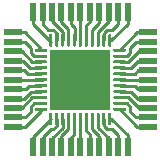
<source format=gbr>
G04 #@! TF.GenerationSoftware,KiCad,Pcbnew,(5.1.10)-1*
G04 #@! TF.CreationDate,2021-12-08T21:24:47+07:00*
G04 #@! TF.ProjectId,32u4mu to 32u4au,33327534-6d75-4207-946f-203332753461,rev?*
G04 #@! TF.SameCoordinates,Original*
G04 #@! TF.FileFunction,Copper,L1,Top*
G04 #@! TF.FilePolarity,Positive*
%FSLAX46Y46*%
G04 Gerber Fmt 4.6, Leading zero omitted, Abs format (unit mm)*
G04 Created by KiCad (PCBNEW (5.1.10)-1) date 2021-12-08 21:24:47*
%MOMM*%
%LPD*%
G01*
G04 APERTURE LIST*
G04 #@! TA.AperFunction,SMDPad,CuDef*
%ADD10R,5.200000X5.200000*%
G04 #@! TD*
G04 #@! TA.AperFunction,SMDPad,CuDef*
%ADD11R,0.550000X1.500000*%
G04 #@! TD*
G04 #@! TA.AperFunction,SMDPad,CuDef*
%ADD12R,1.500000X0.550000*%
G04 #@! TD*
G04 #@! TA.AperFunction,ViaPad*
%ADD13C,0.600000*%
G04 #@! TD*
G04 #@! TA.AperFunction,ViaPad*
%ADD14C,0.800000*%
G04 #@! TD*
G04 #@! TA.AperFunction,Conductor*
%ADD15C,0.250000*%
G04 #@! TD*
G04 APERTURE END LIST*
D10*
X94456250Y-57943750D03*
G04 #@! TA.AperFunction,SMDPad,CuDef*
G36*
G01*
X91831250Y-55081250D02*
X91831250Y-54131250D01*
G75*
G02*
X91893750Y-54068750I62500J0D01*
G01*
X92018750Y-54068750D01*
G75*
G02*
X92081250Y-54131250I0J-62500D01*
G01*
X92081250Y-55081250D01*
G75*
G02*
X92018750Y-55143750I-62500J0D01*
G01*
X91893750Y-55143750D01*
G75*
G02*
X91831250Y-55081250I0J62500D01*
G01*
G37*
G04 #@! TD.AperFunction*
G04 #@! TA.AperFunction,SMDPad,CuDef*
G36*
G01*
X92331250Y-55081250D02*
X92331250Y-54131250D01*
G75*
G02*
X92393750Y-54068750I62500J0D01*
G01*
X92518750Y-54068750D01*
G75*
G02*
X92581250Y-54131250I0J-62500D01*
G01*
X92581250Y-55081250D01*
G75*
G02*
X92518750Y-55143750I-62500J0D01*
G01*
X92393750Y-55143750D01*
G75*
G02*
X92331250Y-55081250I0J62500D01*
G01*
G37*
G04 #@! TD.AperFunction*
G04 #@! TA.AperFunction,SMDPad,CuDef*
G36*
G01*
X92831250Y-55081250D02*
X92831250Y-54131250D01*
G75*
G02*
X92893750Y-54068750I62500J0D01*
G01*
X93018750Y-54068750D01*
G75*
G02*
X93081250Y-54131250I0J-62500D01*
G01*
X93081250Y-55081250D01*
G75*
G02*
X93018750Y-55143750I-62500J0D01*
G01*
X92893750Y-55143750D01*
G75*
G02*
X92831250Y-55081250I0J62500D01*
G01*
G37*
G04 #@! TD.AperFunction*
G04 #@! TA.AperFunction,SMDPad,CuDef*
G36*
G01*
X93331250Y-55081250D02*
X93331250Y-54131250D01*
G75*
G02*
X93393750Y-54068750I62500J0D01*
G01*
X93518750Y-54068750D01*
G75*
G02*
X93581250Y-54131250I0J-62500D01*
G01*
X93581250Y-55081250D01*
G75*
G02*
X93518750Y-55143750I-62500J0D01*
G01*
X93393750Y-55143750D01*
G75*
G02*
X93331250Y-55081250I0J62500D01*
G01*
G37*
G04 #@! TD.AperFunction*
G04 #@! TA.AperFunction,SMDPad,CuDef*
G36*
G01*
X93831250Y-55081250D02*
X93831250Y-54131250D01*
G75*
G02*
X93893750Y-54068750I62500J0D01*
G01*
X94018750Y-54068750D01*
G75*
G02*
X94081250Y-54131250I0J-62500D01*
G01*
X94081250Y-55081250D01*
G75*
G02*
X94018750Y-55143750I-62500J0D01*
G01*
X93893750Y-55143750D01*
G75*
G02*
X93831250Y-55081250I0J62500D01*
G01*
G37*
G04 #@! TD.AperFunction*
G04 #@! TA.AperFunction,SMDPad,CuDef*
G36*
G01*
X94331250Y-55081250D02*
X94331250Y-54131250D01*
G75*
G02*
X94393750Y-54068750I62500J0D01*
G01*
X94518750Y-54068750D01*
G75*
G02*
X94581250Y-54131250I0J-62500D01*
G01*
X94581250Y-55081250D01*
G75*
G02*
X94518750Y-55143750I-62500J0D01*
G01*
X94393750Y-55143750D01*
G75*
G02*
X94331250Y-55081250I0J62500D01*
G01*
G37*
G04 #@! TD.AperFunction*
G04 #@! TA.AperFunction,SMDPad,CuDef*
G36*
G01*
X94831250Y-55081250D02*
X94831250Y-54131250D01*
G75*
G02*
X94893750Y-54068750I62500J0D01*
G01*
X95018750Y-54068750D01*
G75*
G02*
X95081250Y-54131250I0J-62500D01*
G01*
X95081250Y-55081250D01*
G75*
G02*
X95018750Y-55143750I-62500J0D01*
G01*
X94893750Y-55143750D01*
G75*
G02*
X94831250Y-55081250I0J62500D01*
G01*
G37*
G04 #@! TD.AperFunction*
G04 #@! TA.AperFunction,SMDPad,CuDef*
G36*
G01*
X95331250Y-55081250D02*
X95331250Y-54131250D01*
G75*
G02*
X95393750Y-54068750I62500J0D01*
G01*
X95518750Y-54068750D01*
G75*
G02*
X95581250Y-54131250I0J-62500D01*
G01*
X95581250Y-55081250D01*
G75*
G02*
X95518750Y-55143750I-62500J0D01*
G01*
X95393750Y-55143750D01*
G75*
G02*
X95331250Y-55081250I0J62500D01*
G01*
G37*
G04 #@! TD.AperFunction*
G04 #@! TA.AperFunction,SMDPad,CuDef*
G36*
G01*
X95831250Y-55081250D02*
X95831250Y-54131250D01*
G75*
G02*
X95893750Y-54068750I62500J0D01*
G01*
X96018750Y-54068750D01*
G75*
G02*
X96081250Y-54131250I0J-62500D01*
G01*
X96081250Y-55081250D01*
G75*
G02*
X96018750Y-55143750I-62500J0D01*
G01*
X95893750Y-55143750D01*
G75*
G02*
X95831250Y-55081250I0J62500D01*
G01*
G37*
G04 #@! TD.AperFunction*
G04 #@! TA.AperFunction,SMDPad,CuDef*
G36*
G01*
X96331250Y-55081250D02*
X96331250Y-54131250D01*
G75*
G02*
X96393750Y-54068750I62500J0D01*
G01*
X96518750Y-54068750D01*
G75*
G02*
X96581250Y-54131250I0J-62500D01*
G01*
X96581250Y-55081250D01*
G75*
G02*
X96518750Y-55143750I-62500J0D01*
G01*
X96393750Y-55143750D01*
G75*
G02*
X96331250Y-55081250I0J62500D01*
G01*
G37*
G04 #@! TD.AperFunction*
G04 #@! TA.AperFunction,SMDPad,CuDef*
G36*
G01*
X96831250Y-55081250D02*
X96831250Y-54131250D01*
G75*
G02*
X96893750Y-54068750I62500J0D01*
G01*
X97018750Y-54068750D01*
G75*
G02*
X97081250Y-54131250I0J-62500D01*
G01*
X97081250Y-55081250D01*
G75*
G02*
X97018750Y-55143750I-62500J0D01*
G01*
X96893750Y-55143750D01*
G75*
G02*
X96831250Y-55081250I0J62500D01*
G01*
G37*
G04 #@! TD.AperFunction*
G04 #@! TA.AperFunction,SMDPad,CuDef*
G36*
G01*
X97256250Y-55506250D02*
X97256250Y-55381250D01*
G75*
G02*
X97318750Y-55318750I62500J0D01*
G01*
X98268750Y-55318750D01*
G75*
G02*
X98331250Y-55381250I0J-62500D01*
G01*
X98331250Y-55506250D01*
G75*
G02*
X98268750Y-55568750I-62500J0D01*
G01*
X97318750Y-55568750D01*
G75*
G02*
X97256250Y-55506250I0J62500D01*
G01*
G37*
G04 #@! TD.AperFunction*
G04 #@! TA.AperFunction,SMDPad,CuDef*
G36*
G01*
X97256250Y-56006250D02*
X97256250Y-55881250D01*
G75*
G02*
X97318750Y-55818750I62500J0D01*
G01*
X98268750Y-55818750D01*
G75*
G02*
X98331250Y-55881250I0J-62500D01*
G01*
X98331250Y-56006250D01*
G75*
G02*
X98268750Y-56068750I-62500J0D01*
G01*
X97318750Y-56068750D01*
G75*
G02*
X97256250Y-56006250I0J62500D01*
G01*
G37*
G04 #@! TD.AperFunction*
G04 #@! TA.AperFunction,SMDPad,CuDef*
G36*
G01*
X97256250Y-56506250D02*
X97256250Y-56381250D01*
G75*
G02*
X97318750Y-56318750I62500J0D01*
G01*
X98268750Y-56318750D01*
G75*
G02*
X98331250Y-56381250I0J-62500D01*
G01*
X98331250Y-56506250D01*
G75*
G02*
X98268750Y-56568750I-62500J0D01*
G01*
X97318750Y-56568750D01*
G75*
G02*
X97256250Y-56506250I0J62500D01*
G01*
G37*
G04 #@! TD.AperFunction*
G04 #@! TA.AperFunction,SMDPad,CuDef*
G36*
G01*
X97256250Y-57006250D02*
X97256250Y-56881250D01*
G75*
G02*
X97318750Y-56818750I62500J0D01*
G01*
X98268750Y-56818750D01*
G75*
G02*
X98331250Y-56881250I0J-62500D01*
G01*
X98331250Y-57006250D01*
G75*
G02*
X98268750Y-57068750I-62500J0D01*
G01*
X97318750Y-57068750D01*
G75*
G02*
X97256250Y-57006250I0J62500D01*
G01*
G37*
G04 #@! TD.AperFunction*
G04 #@! TA.AperFunction,SMDPad,CuDef*
G36*
G01*
X97256250Y-57506250D02*
X97256250Y-57381250D01*
G75*
G02*
X97318750Y-57318750I62500J0D01*
G01*
X98268750Y-57318750D01*
G75*
G02*
X98331250Y-57381250I0J-62500D01*
G01*
X98331250Y-57506250D01*
G75*
G02*
X98268750Y-57568750I-62500J0D01*
G01*
X97318750Y-57568750D01*
G75*
G02*
X97256250Y-57506250I0J62500D01*
G01*
G37*
G04 #@! TD.AperFunction*
G04 #@! TA.AperFunction,SMDPad,CuDef*
G36*
G01*
X97256250Y-58006250D02*
X97256250Y-57881250D01*
G75*
G02*
X97318750Y-57818750I62500J0D01*
G01*
X98268750Y-57818750D01*
G75*
G02*
X98331250Y-57881250I0J-62500D01*
G01*
X98331250Y-58006250D01*
G75*
G02*
X98268750Y-58068750I-62500J0D01*
G01*
X97318750Y-58068750D01*
G75*
G02*
X97256250Y-58006250I0J62500D01*
G01*
G37*
G04 #@! TD.AperFunction*
G04 #@! TA.AperFunction,SMDPad,CuDef*
G36*
G01*
X97256250Y-58506250D02*
X97256250Y-58381250D01*
G75*
G02*
X97318750Y-58318750I62500J0D01*
G01*
X98268750Y-58318750D01*
G75*
G02*
X98331250Y-58381250I0J-62500D01*
G01*
X98331250Y-58506250D01*
G75*
G02*
X98268750Y-58568750I-62500J0D01*
G01*
X97318750Y-58568750D01*
G75*
G02*
X97256250Y-58506250I0J62500D01*
G01*
G37*
G04 #@! TD.AperFunction*
G04 #@! TA.AperFunction,SMDPad,CuDef*
G36*
G01*
X97256250Y-59006250D02*
X97256250Y-58881250D01*
G75*
G02*
X97318750Y-58818750I62500J0D01*
G01*
X98268750Y-58818750D01*
G75*
G02*
X98331250Y-58881250I0J-62500D01*
G01*
X98331250Y-59006250D01*
G75*
G02*
X98268750Y-59068750I-62500J0D01*
G01*
X97318750Y-59068750D01*
G75*
G02*
X97256250Y-59006250I0J62500D01*
G01*
G37*
G04 #@! TD.AperFunction*
G04 #@! TA.AperFunction,SMDPad,CuDef*
G36*
G01*
X97256250Y-59506250D02*
X97256250Y-59381250D01*
G75*
G02*
X97318750Y-59318750I62500J0D01*
G01*
X98268750Y-59318750D01*
G75*
G02*
X98331250Y-59381250I0J-62500D01*
G01*
X98331250Y-59506250D01*
G75*
G02*
X98268750Y-59568750I-62500J0D01*
G01*
X97318750Y-59568750D01*
G75*
G02*
X97256250Y-59506250I0J62500D01*
G01*
G37*
G04 #@! TD.AperFunction*
G04 #@! TA.AperFunction,SMDPad,CuDef*
G36*
G01*
X97256250Y-60006250D02*
X97256250Y-59881250D01*
G75*
G02*
X97318750Y-59818750I62500J0D01*
G01*
X98268750Y-59818750D01*
G75*
G02*
X98331250Y-59881250I0J-62500D01*
G01*
X98331250Y-60006250D01*
G75*
G02*
X98268750Y-60068750I-62500J0D01*
G01*
X97318750Y-60068750D01*
G75*
G02*
X97256250Y-60006250I0J62500D01*
G01*
G37*
G04 #@! TD.AperFunction*
G04 #@! TA.AperFunction,SMDPad,CuDef*
G36*
G01*
X97256250Y-60506250D02*
X97256250Y-60381250D01*
G75*
G02*
X97318750Y-60318750I62500J0D01*
G01*
X98268750Y-60318750D01*
G75*
G02*
X98331250Y-60381250I0J-62500D01*
G01*
X98331250Y-60506250D01*
G75*
G02*
X98268750Y-60568750I-62500J0D01*
G01*
X97318750Y-60568750D01*
G75*
G02*
X97256250Y-60506250I0J62500D01*
G01*
G37*
G04 #@! TD.AperFunction*
G04 #@! TA.AperFunction,SMDPad,CuDef*
G36*
G01*
X96831250Y-61756250D02*
X96831250Y-60806250D01*
G75*
G02*
X96893750Y-60743750I62500J0D01*
G01*
X97018750Y-60743750D01*
G75*
G02*
X97081250Y-60806250I0J-62500D01*
G01*
X97081250Y-61756250D01*
G75*
G02*
X97018750Y-61818750I-62500J0D01*
G01*
X96893750Y-61818750D01*
G75*
G02*
X96831250Y-61756250I0J62500D01*
G01*
G37*
G04 #@! TD.AperFunction*
G04 #@! TA.AperFunction,SMDPad,CuDef*
G36*
G01*
X96331250Y-61756250D02*
X96331250Y-60806250D01*
G75*
G02*
X96393750Y-60743750I62500J0D01*
G01*
X96518750Y-60743750D01*
G75*
G02*
X96581250Y-60806250I0J-62500D01*
G01*
X96581250Y-61756250D01*
G75*
G02*
X96518750Y-61818750I-62500J0D01*
G01*
X96393750Y-61818750D01*
G75*
G02*
X96331250Y-61756250I0J62500D01*
G01*
G37*
G04 #@! TD.AperFunction*
G04 #@! TA.AperFunction,SMDPad,CuDef*
G36*
G01*
X95831250Y-61756250D02*
X95831250Y-60806250D01*
G75*
G02*
X95893750Y-60743750I62500J0D01*
G01*
X96018750Y-60743750D01*
G75*
G02*
X96081250Y-60806250I0J-62500D01*
G01*
X96081250Y-61756250D01*
G75*
G02*
X96018750Y-61818750I-62500J0D01*
G01*
X95893750Y-61818750D01*
G75*
G02*
X95831250Y-61756250I0J62500D01*
G01*
G37*
G04 #@! TD.AperFunction*
G04 #@! TA.AperFunction,SMDPad,CuDef*
G36*
G01*
X95331250Y-61756250D02*
X95331250Y-60806250D01*
G75*
G02*
X95393750Y-60743750I62500J0D01*
G01*
X95518750Y-60743750D01*
G75*
G02*
X95581250Y-60806250I0J-62500D01*
G01*
X95581250Y-61756250D01*
G75*
G02*
X95518750Y-61818750I-62500J0D01*
G01*
X95393750Y-61818750D01*
G75*
G02*
X95331250Y-61756250I0J62500D01*
G01*
G37*
G04 #@! TD.AperFunction*
G04 #@! TA.AperFunction,SMDPad,CuDef*
G36*
G01*
X94831250Y-61756250D02*
X94831250Y-60806250D01*
G75*
G02*
X94893750Y-60743750I62500J0D01*
G01*
X95018750Y-60743750D01*
G75*
G02*
X95081250Y-60806250I0J-62500D01*
G01*
X95081250Y-61756250D01*
G75*
G02*
X95018750Y-61818750I-62500J0D01*
G01*
X94893750Y-61818750D01*
G75*
G02*
X94831250Y-61756250I0J62500D01*
G01*
G37*
G04 #@! TD.AperFunction*
G04 #@! TA.AperFunction,SMDPad,CuDef*
G36*
G01*
X94331250Y-61756250D02*
X94331250Y-60806250D01*
G75*
G02*
X94393750Y-60743750I62500J0D01*
G01*
X94518750Y-60743750D01*
G75*
G02*
X94581250Y-60806250I0J-62500D01*
G01*
X94581250Y-61756250D01*
G75*
G02*
X94518750Y-61818750I-62500J0D01*
G01*
X94393750Y-61818750D01*
G75*
G02*
X94331250Y-61756250I0J62500D01*
G01*
G37*
G04 #@! TD.AperFunction*
G04 #@! TA.AperFunction,SMDPad,CuDef*
G36*
G01*
X93831250Y-61756250D02*
X93831250Y-60806250D01*
G75*
G02*
X93893750Y-60743750I62500J0D01*
G01*
X94018750Y-60743750D01*
G75*
G02*
X94081250Y-60806250I0J-62500D01*
G01*
X94081250Y-61756250D01*
G75*
G02*
X94018750Y-61818750I-62500J0D01*
G01*
X93893750Y-61818750D01*
G75*
G02*
X93831250Y-61756250I0J62500D01*
G01*
G37*
G04 #@! TD.AperFunction*
G04 #@! TA.AperFunction,SMDPad,CuDef*
G36*
G01*
X93331250Y-61756250D02*
X93331250Y-60806250D01*
G75*
G02*
X93393750Y-60743750I62500J0D01*
G01*
X93518750Y-60743750D01*
G75*
G02*
X93581250Y-60806250I0J-62500D01*
G01*
X93581250Y-61756250D01*
G75*
G02*
X93518750Y-61818750I-62500J0D01*
G01*
X93393750Y-61818750D01*
G75*
G02*
X93331250Y-61756250I0J62500D01*
G01*
G37*
G04 #@! TD.AperFunction*
G04 #@! TA.AperFunction,SMDPad,CuDef*
G36*
G01*
X92831250Y-61756250D02*
X92831250Y-60806250D01*
G75*
G02*
X92893750Y-60743750I62500J0D01*
G01*
X93018750Y-60743750D01*
G75*
G02*
X93081250Y-60806250I0J-62500D01*
G01*
X93081250Y-61756250D01*
G75*
G02*
X93018750Y-61818750I-62500J0D01*
G01*
X92893750Y-61818750D01*
G75*
G02*
X92831250Y-61756250I0J62500D01*
G01*
G37*
G04 #@! TD.AperFunction*
G04 #@! TA.AperFunction,SMDPad,CuDef*
G36*
G01*
X92331250Y-61756250D02*
X92331250Y-60806250D01*
G75*
G02*
X92393750Y-60743750I62500J0D01*
G01*
X92518750Y-60743750D01*
G75*
G02*
X92581250Y-60806250I0J-62500D01*
G01*
X92581250Y-61756250D01*
G75*
G02*
X92518750Y-61818750I-62500J0D01*
G01*
X92393750Y-61818750D01*
G75*
G02*
X92331250Y-61756250I0J62500D01*
G01*
G37*
G04 #@! TD.AperFunction*
G04 #@! TA.AperFunction,SMDPad,CuDef*
G36*
G01*
X91831250Y-61756250D02*
X91831250Y-60806250D01*
G75*
G02*
X91893750Y-60743750I62500J0D01*
G01*
X92018750Y-60743750D01*
G75*
G02*
X92081250Y-60806250I0J-62500D01*
G01*
X92081250Y-61756250D01*
G75*
G02*
X92018750Y-61818750I-62500J0D01*
G01*
X91893750Y-61818750D01*
G75*
G02*
X91831250Y-61756250I0J62500D01*
G01*
G37*
G04 #@! TD.AperFunction*
G04 #@! TA.AperFunction,SMDPad,CuDef*
G36*
G01*
X90581250Y-60506250D02*
X90581250Y-60381250D01*
G75*
G02*
X90643750Y-60318750I62500J0D01*
G01*
X91593750Y-60318750D01*
G75*
G02*
X91656250Y-60381250I0J-62500D01*
G01*
X91656250Y-60506250D01*
G75*
G02*
X91593750Y-60568750I-62500J0D01*
G01*
X90643750Y-60568750D01*
G75*
G02*
X90581250Y-60506250I0J62500D01*
G01*
G37*
G04 #@! TD.AperFunction*
G04 #@! TA.AperFunction,SMDPad,CuDef*
G36*
G01*
X90581250Y-60006250D02*
X90581250Y-59881250D01*
G75*
G02*
X90643750Y-59818750I62500J0D01*
G01*
X91593750Y-59818750D01*
G75*
G02*
X91656250Y-59881250I0J-62500D01*
G01*
X91656250Y-60006250D01*
G75*
G02*
X91593750Y-60068750I-62500J0D01*
G01*
X90643750Y-60068750D01*
G75*
G02*
X90581250Y-60006250I0J62500D01*
G01*
G37*
G04 #@! TD.AperFunction*
G04 #@! TA.AperFunction,SMDPad,CuDef*
G36*
G01*
X90581250Y-59506250D02*
X90581250Y-59381250D01*
G75*
G02*
X90643750Y-59318750I62500J0D01*
G01*
X91593750Y-59318750D01*
G75*
G02*
X91656250Y-59381250I0J-62500D01*
G01*
X91656250Y-59506250D01*
G75*
G02*
X91593750Y-59568750I-62500J0D01*
G01*
X90643750Y-59568750D01*
G75*
G02*
X90581250Y-59506250I0J62500D01*
G01*
G37*
G04 #@! TD.AperFunction*
G04 #@! TA.AperFunction,SMDPad,CuDef*
G36*
G01*
X90581250Y-59006250D02*
X90581250Y-58881250D01*
G75*
G02*
X90643750Y-58818750I62500J0D01*
G01*
X91593750Y-58818750D01*
G75*
G02*
X91656250Y-58881250I0J-62500D01*
G01*
X91656250Y-59006250D01*
G75*
G02*
X91593750Y-59068750I-62500J0D01*
G01*
X90643750Y-59068750D01*
G75*
G02*
X90581250Y-59006250I0J62500D01*
G01*
G37*
G04 #@! TD.AperFunction*
G04 #@! TA.AperFunction,SMDPad,CuDef*
G36*
G01*
X90581250Y-58506250D02*
X90581250Y-58381250D01*
G75*
G02*
X90643750Y-58318750I62500J0D01*
G01*
X91593750Y-58318750D01*
G75*
G02*
X91656250Y-58381250I0J-62500D01*
G01*
X91656250Y-58506250D01*
G75*
G02*
X91593750Y-58568750I-62500J0D01*
G01*
X90643750Y-58568750D01*
G75*
G02*
X90581250Y-58506250I0J62500D01*
G01*
G37*
G04 #@! TD.AperFunction*
G04 #@! TA.AperFunction,SMDPad,CuDef*
G36*
G01*
X90581250Y-58006250D02*
X90581250Y-57881250D01*
G75*
G02*
X90643750Y-57818750I62500J0D01*
G01*
X91593750Y-57818750D01*
G75*
G02*
X91656250Y-57881250I0J-62500D01*
G01*
X91656250Y-58006250D01*
G75*
G02*
X91593750Y-58068750I-62500J0D01*
G01*
X90643750Y-58068750D01*
G75*
G02*
X90581250Y-58006250I0J62500D01*
G01*
G37*
G04 #@! TD.AperFunction*
G04 #@! TA.AperFunction,SMDPad,CuDef*
G36*
G01*
X90581250Y-57506250D02*
X90581250Y-57381250D01*
G75*
G02*
X90643750Y-57318750I62500J0D01*
G01*
X91593750Y-57318750D01*
G75*
G02*
X91656250Y-57381250I0J-62500D01*
G01*
X91656250Y-57506250D01*
G75*
G02*
X91593750Y-57568750I-62500J0D01*
G01*
X90643750Y-57568750D01*
G75*
G02*
X90581250Y-57506250I0J62500D01*
G01*
G37*
G04 #@! TD.AperFunction*
G04 #@! TA.AperFunction,SMDPad,CuDef*
G36*
G01*
X90581250Y-57006250D02*
X90581250Y-56881250D01*
G75*
G02*
X90643750Y-56818750I62500J0D01*
G01*
X91593750Y-56818750D01*
G75*
G02*
X91656250Y-56881250I0J-62500D01*
G01*
X91656250Y-57006250D01*
G75*
G02*
X91593750Y-57068750I-62500J0D01*
G01*
X90643750Y-57068750D01*
G75*
G02*
X90581250Y-57006250I0J62500D01*
G01*
G37*
G04 #@! TD.AperFunction*
G04 #@! TA.AperFunction,SMDPad,CuDef*
G36*
G01*
X90581250Y-56506250D02*
X90581250Y-56381250D01*
G75*
G02*
X90643750Y-56318750I62500J0D01*
G01*
X91593750Y-56318750D01*
G75*
G02*
X91656250Y-56381250I0J-62500D01*
G01*
X91656250Y-56506250D01*
G75*
G02*
X91593750Y-56568750I-62500J0D01*
G01*
X90643750Y-56568750D01*
G75*
G02*
X90581250Y-56506250I0J62500D01*
G01*
G37*
G04 #@! TD.AperFunction*
G04 #@! TA.AperFunction,SMDPad,CuDef*
G36*
G01*
X90581250Y-56006250D02*
X90581250Y-55881250D01*
G75*
G02*
X90643750Y-55818750I62500J0D01*
G01*
X91593750Y-55818750D01*
G75*
G02*
X91656250Y-55881250I0J-62500D01*
G01*
X91656250Y-56006250D01*
G75*
G02*
X91593750Y-56068750I-62500J0D01*
G01*
X90643750Y-56068750D01*
G75*
G02*
X90581250Y-56006250I0J62500D01*
G01*
G37*
G04 #@! TD.AperFunction*
G04 #@! TA.AperFunction,SMDPad,CuDef*
G36*
G01*
X90581250Y-55506250D02*
X90581250Y-55381250D01*
G75*
G02*
X90643750Y-55318750I62500J0D01*
G01*
X91593750Y-55318750D01*
G75*
G02*
X91656250Y-55381250I0J-62500D01*
G01*
X91656250Y-55506250D01*
G75*
G02*
X91593750Y-55568750I-62500J0D01*
G01*
X90643750Y-55568750D01*
G75*
G02*
X90581250Y-55506250I0J62500D01*
G01*
G37*
G04 #@! TD.AperFunction*
D11*
X90456250Y-52243750D03*
X91256250Y-52243750D03*
X92056250Y-52243750D03*
X92856250Y-52243750D03*
X93656250Y-52243750D03*
X94456250Y-52243750D03*
X95256250Y-52243750D03*
X96056250Y-52243750D03*
X96856250Y-52243750D03*
X97656250Y-52243750D03*
X98456250Y-52243750D03*
D12*
X100156250Y-53943750D03*
X100156250Y-54743750D03*
X100156250Y-55543750D03*
X100156250Y-56343750D03*
X100156250Y-57143750D03*
X100156250Y-57943750D03*
X100156250Y-58743750D03*
X100156250Y-59543750D03*
X100156250Y-60343750D03*
X100156250Y-61143750D03*
X100156250Y-61943750D03*
D11*
X98456250Y-63643750D03*
X97656250Y-63643750D03*
X96856250Y-63643750D03*
X96056250Y-63643750D03*
X95256250Y-63643750D03*
X94456250Y-63643750D03*
X93656250Y-63643750D03*
X92856250Y-63643750D03*
X92056250Y-63643750D03*
X91256250Y-63643750D03*
X90456250Y-63643750D03*
D12*
X88756250Y-61943750D03*
X88756250Y-61143750D03*
X88756250Y-60343750D03*
X88756250Y-59543750D03*
X88756250Y-58743750D03*
X88756250Y-57943750D03*
X88756250Y-57143750D03*
X88756250Y-56343750D03*
X88756250Y-55543750D03*
X88756250Y-54743750D03*
X88756250Y-53943750D03*
D13*
X90456250Y-52418750D03*
X99987500Y-61143750D03*
D14*
X94456250Y-57943750D03*
X92868750Y-57943750D03*
X92868750Y-59531250D03*
X94456250Y-59531250D03*
X96043750Y-59531250D03*
X96043750Y-57943750D03*
X96043750Y-56356250D03*
X94456250Y-56356250D03*
X92868750Y-56356250D03*
D13*
X91256250Y-52412500D03*
X97656250Y-52362500D03*
X99981250Y-61943750D03*
X92856250Y-63512500D03*
X92056250Y-52406250D03*
X92856250Y-52400000D03*
X93656250Y-52393750D03*
X94456250Y-52387500D03*
X95256250Y-52381250D03*
X96056250Y-52375000D03*
X96856250Y-52368750D03*
X98456250Y-52356250D03*
X92056250Y-63518750D03*
X100043750Y-53943750D03*
X100037500Y-54743750D03*
X100031250Y-55543750D03*
X100025000Y-56343750D03*
X100018750Y-57143750D03*
X100012500Y-57943750D03*
X100006250Y-58743750D03*
X100000000Y-59543750D03*
X99993750Y-60343750D03*
X98456250Y-63468750D03*
X97656250Y-63475000D03*
X96856250Y-63481250D03*
X96056250Y-63487500D03*
X95256250Y-63493750D03*
X94456250Y-63500000D03*
X93656250Y-63506250D03*
X91256250Y-63525000D03*
X90456250Y-63531250D03*
X88868750Y-61943750D03*
X88875000Y-61143750D03*
X88881250Y-60343750D03*
X88887500Y-59543750D03*
X88893750Y-58743750D03*
X88900000Y-57943750D03*
X88906250Y-57143750D03*
X88912500Y-56343750D03*
X88918750Y-55543750D03*
X88925000Y-54743750D03*
X88931250Y-53943750D03*
D15*
X90456250Y-53243750D02*
X91981250Y-54768750D01*
X90456250Y-52243750D02*
X90456250Y-52418750D01*
X99156250Y-61143750D02*
X99987500Y-61143750D01*
X98656260Y-60643760D02*
X99156250Y-61143750D01*
X98379272Y-59943750D02*
X98656260Y-60220738D01*
X98656260Y-60220738D02*
X98656260Y-60643760D01*
X97793750Y-59943750D02*
X98379272Y-59943750D01*
X90456250Y-52418750D02*
X90456250Y-53243750D01*
X99987500Y-61143750D02*
X100156250Y-61143750D01*
X99293750Y-61943750D02*
X99981250Y-61943750D01*
X97793750Y-60443750D02*
X99293750Y-61943750D01*
X93456250Y-61818750D02*
X93456250Y-61281250D01*
X93456250Y-62139592D02*
X93456250Y-61818750D01*
X92856250Y-62739592D02*
X93456250Y-62139592D01*
X92856250Y-63643750D02*
X92856250Y-63512500D01*
X96733238Y-53743740D02*
X96456250Y-54020728D01*
X97156260Y-53743740D02*
X96733238Y-53743740D01*
X96456250Y-54020728D02*
X96456250Y-54606250D01*
X97656250Y-52243750D02*
X97656250Y-52362500D01*
X97656250Y-53243750D02*
X97156260Y-53743740D01*
X92456250Y-54068750D02*
X92456250Y-54606250D01*
X92456250Y-54020728D02*
X92456250Y-54068750D01*
X92179262Y-53743740D02*
X92456250Y-54020728D01*
X91756240Y-53743740D02*
X92179262Y-53743740D01*
X91256250Y-53243750D02*
X91756240Y-53743740D01*
X91256250Y-52243750D02*
X91256250Y-52412500D01*
X91256250Y-52412500D02*
X91256250Y-53243750D01*
X97656250Y-52362500D02*
X97656250Y-53243750D01*
X99981250Y-61943750D02*
X100156250Y-61943750D01*
X92856250Y-63512500D02*
X92856250Y-62739592D01*
X92956250Y-53884318D02*
X92956250Y-54068750D01*
X92956250Y-54068750D02*
X92956250Y-54606250D01*
X92056250Y-52984318D02*
X92956250Y-53884318D01*
X92056250Y-52243750D02*
X92056250Y-52406250D01*
X92056250Y-52406250D02*
X92056250Y-52984318D01*
X93456250Y-53680160D02*
X93456250Y-54068750D01*
X93456250Y-54068750D02*
X93456250Y-54606250D01*
X92856250Y-53080160D02*
X93456250Y-53680160D01*
X92856250Y-52243750D02*
X92856250Y-52400000D01*
X92856250Y-52400000D02*
X92856250Y-53080160D01*
X93656250Y-53243750D02*
X93656250Y-52393750D01*
X93994748Y-53582248D02*
X93656250Y-53243750D01*
X93994748Y-54567752D02*
X93994748Y-53582248D01*
X93956250Y-54606250D02*
X93994748Y-54567752D01*
X93656250Y-52393750D02*
X93656250Y-52243750D01*
X94456250Y-52243750D02*
X94456250Y-52387500D01*
X94456250Y-52243750D02*
X94456250Y-52387500D01*
X94456250Y-52387500D02*
X94456250Y-54606250D01*
X94956250Y-54068750D02*
X94956250Y-54606250D01*
X94956250Y-53318751D02*
X95256250Y-53018751D01*
X95256250Y-53018751D02*
X95256250Y-52381250D01*
X94956250Y-54606250D02*
X94956250Y-53318751D01*
X95256250Y-52381250D02*
X95256250Y-52243750D01*
X95456250Y-54068750D02*
X95456250Y-54606250D01*
X96056250Y-53147908D02*
X95456250Y-53747908D01*
X95456250Y-53747908D02*
X95456250Y-54068750D01*
X96056250Y-52243750D02*
X96056250Y-52375000D01*
X96056250Y-52375000D02*
X96056250Y-53147908D01*
X95956250Y-54020728D02*
X95956250Y-54606250D01*
X95956250Y-54068750D02*
X95956250Y-54606250D01*
X96856250Y-52984318D02*
X95956250Y-53884318D01*
X95956250Y-53884318D02*
X95956250Y-54068750D01*
X96856250Y-52243750D02*
X96856250Y-52368750D01*
X96856250Y-52368750D02*
X96856250Y-52984318D01*
X97081250Y-54606250D02*
X96956250Y-54606250D01*
X97093750Y-54606250D02*
X97081250Y-54606250D01*
X98456250Y-53243750D02*
X97093750Y-54606250D01*
X98456250Y-52243750D02*
X98456250Y-52356250D01*
X92956250Y-61818750D02*
X92956250Y-61281250D01*
X92956250Y-62003182D02*
X92956250Y-61818750D01*
X92056250Y-62903182D02*
X92956250Y-62003182D01*
X92056250Y-63643750D02*
X92056250Y-63518750D01*
X98456250Y-52356250D02*
X98456250Y-53243750D01*
X92056250Y-63518750D02*
X92056250Y-62903182D01*
X99293750Y-53943750D02*
X100043750Y-53943750D01*
X97793750Y-55443750D02*
X99293750Y-53943750D01*
X100043750Y-53943750D02*
X100156250Y-53943750D01*
X99156250Y-54743750D02*
X100037500Y-54743750D01*
X98656260Y-55243740D02*
X99156250Y-54743750D01*
X98656260Y-55666762D02*
X98656260Y-55243740D01*
X98379272Y-55943750D02*
X98656260Y-55666762D01*
X97793750Y-55943750D02*
X98379272Y-55943750D01*
X100037500Y-54743750D02*
X100156250Y-54743750D01*
X99415682Y-55543750D02*
X100031250Y-55543750D01*
X98515682Y-56443750D02*
X99415682Y-55543750D01*
X97793750Y-56443750D02*
X98515682Y-56443750D01*
X100031250Y-55543750D02*
X100156250Y-55543750D01*
X99346248Y-56343750D02*
X100025000Y-56343750D01*
X98746248Y-56943750D02*
X99346248Y-56343750D01*
X97793750Y-56943750D02*
X98746248Y-56943750D01*
X100025000Y-56343750D02*
X100156250Y-56343750D01*
X99081249Y-57443750D02*
X99381249Y-57143750D01*
X99381249Y-57143750D02*
X100018750Y-57143750D01*
X97793750Y-57443750D02*
X99081249Y-57443750D01*
X100018750Y-57143750D02*
X100156250Y-57143750D01*
X100156250Y-57943750D02*
X100012500Y-57943750D01*
X100012500Y-57943750D02*
X97793750Y-57943750D01*
X99081249Y-58443750D02*
X99381249Y-58743750D01*
X99381249Y-58743750D02*
X100006250Y-58743750D01*
X97793750Y-58443750D02*
X99081249Y-58443750D01*
X100006250Y-58743750D02*
X100156250Y-58743750D01*
X99346248Y-59543750D02*
X100000000Y-59543750D01*
X98746248Y-58943750D02*
X99346248Y-59543750D01*
X97793750Y-58943750D02*
X98746248Y-58943750D01*
X100000000Y-59543750D02*
X100156250Y-59543750D01*
X100137500Y-60325000D02*
X100156250Y-60343750D01*
X98515682Y-59443750D02*
X98331250Y-59443750D01*
X99415682Y-60343750D02*
X98515682Y-59443750D01*
X98331250Y-59443750D02*
X97793750Y-59443750D01*
X100156250Y-60343750D02*
X99993750Y-60343750D01*
X99993750Y-60343750D02*
X99415682Y-60343750D01*
X97081250Y-61281250D02*
X96956250Y-61281250D01*
X97093750Y-61281250D02*
X97081250Y-61281250D01*
X98456250Y-62643750D02*
X97093750Y-61281250D01*
X98456250Y-63643750D02*
X98456250Y-63468750D01*
X98456250Y-63468750D02*
X98456250Y-62643750D01*
X96456250Y-61818750D02*
X96456250Y-61281250D01*
X96733238Y-62143760D02*
X96456250Y-61866772D01*
X97156260Y-62143760D02*
X96733238Y-62143760D01*
X96456250Y-61866772D02*
X96456250Y-61818750D01*
X97656250Y-62643750D02*
X97156260Y-62143760D01*
X97656250Y-63643750D02*
X97656250Y-63475000D01*
X97656250Y-63475000D02*
X97656250Y-62643750D01*
X96856250Y-62903182D02*
X96856250Y-63481250D01*
X95956250Y-62003182D02*
X96856250Y-62903182D01*
X95956250Y-61281250D02*
X95956250Y-62003182D01*
X96856250Y-63481250D02*
X96856250Y-63643750D01*
X96056250Y-62739592D02*
X95456250Y-62139592D01*
X95456250Y-61818750D02*
X95456250Y-61281250D01*
X95456250Y-62139592D02*
X95456250Y-61818750D01*
X96056250Y-63643750D02*
X96056250Y-63487500D01*
X96056250Y-63487500D02*
X96056250Y-62739592D01*
X94956250Y-61818750D02*
X94956250Y-61281250D01*
X94956250Y-62276002D02*
X94956250Y-61818750D01*
X95256250Y-62576002D02*
X94956250Y-62276002D01*
X95256250Y-63643750D02*
X95256250Y-63493750D01*
X95256250Y-63493750D02*
X95256250Y-62576002D01*
X94456250Y-61281250D02*
X94456250Y-63500000D01*
X94456250Y-63500000D02*
X94456250Y-63643750D01*
X93956250Y-62568749D02*
X93656250Y-62868749D01*
X93656250Y-62868749D02*
X93656250Y-63506250D01*
X93956250Y-61281250D02*
X93956250Y-62568749D01*
X93656250Y-63506250D02*
X93656250Y-63643750D01*
X91256250Y-62833748D02*
X91946238Y-62143760D01*
X91256250Y-63643750D02*
X91256250Y-63525000D01*
X92456250Y-61818750D02*
X92456250Y-61281250D01*
X92456250Y-61866772D02*
X92456250Y-61818750D01*
X92179262Y-62143760D02*
X92456250Y-61866772D01*
X91946238Y-62143760D02*
X92179262Y-62143760D01*
X91256250Y-63525000D02*
X91256250Y-62833748D01*
X90456250Y-62781250D02*
X90456250Y-63531250D01*
X91956250Y-61281250D02*
X90456250Y-62781250D01*
X90456250Y-63531250D02*
X90456250Y-63643750D01*
X91118750Y-60568750D02*
X91118750Y-60443750D01*
X91118750Y-60581250D02*
X91118750Y-60568750D01*
X89756250Y-61943750D02*
X91118750Y-60581250D01*
X88756250Y-61943750D02*
X88868750Y-61943750D01*
X88868750Y-61943750D02*
X89756250Y-61943750D01*
X90581250Y-59943750D02*
X91118750Y-59943750D01*
X90533228Y-59943750D02*
X90581250Y-59943750D01*
X90256240Y-60220738D02*
X90533228Y-59943750D01*
X90256240Y-60643760D02*
X90256240Y-60220738D01*
X89756250Y-61143750D02*
X90256240Y-60643760D01*
X88756250Y-61143750D02*
X88875000Y-61143750D01*
X88875000Y-61143750D02*
X89756250Y-61143750D01*
X90396818Y-59443750D02*
X90581250Y-59443750D01*
X89496818Y-60343750D02*
X90396818Y-59443750D01*
X90581250Y-59443750D02*
X91118750Y-59443750D01*
X88756250Y-60343750D02*
X88881250Y-60343750D01*
X88881250Y-60343750D02*
X89496818Y-60343750D01*
X90581250Y-58943750D02*
X91118750Y-58943750D01*
X90260408Y-58943750D02*
X90581250Y-58943750D01*
X89660408Y-59543750D02*
X90260408Y-58943750D01*
X88756250Y-59543750D02*
X88887500Y-59543750D01*
X88887500Y-59543750D02*
X89660408Y-59543750D01*
X88756250Y-58743750D02*
X88893750Y-58743750D01*
X90123998Y-58443750D02*
X91118750Y-58443750D01*
X89823998Y-58743750D02*
X90123998Y-58443750D01*
X88893750Y-58743750D02*
X89823998Y-58743750D01*
X88756250Y-57943750D02*
X88900000Y-57943750D01*
X91281250Y-57943750D02*
X91118750Y-57943750D01*
X88900000Y-57943750D02*
X91281250Y-57943750D01*
X90581250Y-57443750D02*
X91118750Y-57443750D01*
X90029842Y-57443750D02*
X90581250Y-57443750D01*
X89729842Y-57143750D02*
X90029842Y-57443750D01*
X88756250Y-57143750D02*
X88906250Y-57143750D01*
X88906250Y-57143750D02*
X89729842Y-57143750D01*
X90581250Y-56943750D02*
X91118750Y-56943750D01*
X89566252Y-56343750D02*
X88912500Y-56343750D01*
X90166252Y-56943750D02*
X89566252Y-56343750D01*
X91118750Y-56943750D02*
X90166252Y-56943750D01*
X88912500Y-56343750D02*
X88756250Y-56343750D01*
X89496818Y-55543750D02*
X88918750Y-55543750D01*
X90396818Y-56443750D02*
X89496818Y-55543750D01*
X91118750Y-56443750D02*
X90396818Y-56443750D01*
X88918750Y-55543750D02*
X88756250Y-55543750D01*
X90256240Y-55243740D02*
X89756250Y-54743750D01*
X90256240Y-55666762D02*
X90256240Y-55243740D01*
X90533228Y-55943750D02*
X90256240Y-55666762D01*
X89756250Y-54743750D02*
X88925000Y-54743750D01*
X91118750Y-55943750D02*
X90533228Y-55943750D01*
X88925000Y-54743750D02*
X88756250Y-54743750D01*
X91118750Y-55318750D02*
X91118750Y-55443750D01*
X91118750Y-55306250D02*
X91118750Y-55318750D01*
X89756250Y-53943750D02*
X91118750Y-55306250D01*
X88756250Y-53943750D02*
X88931250Y-53943750D01*
X88931250Y-53943750D02*
X89756250Y-53943750D01*
M02*

</source>
